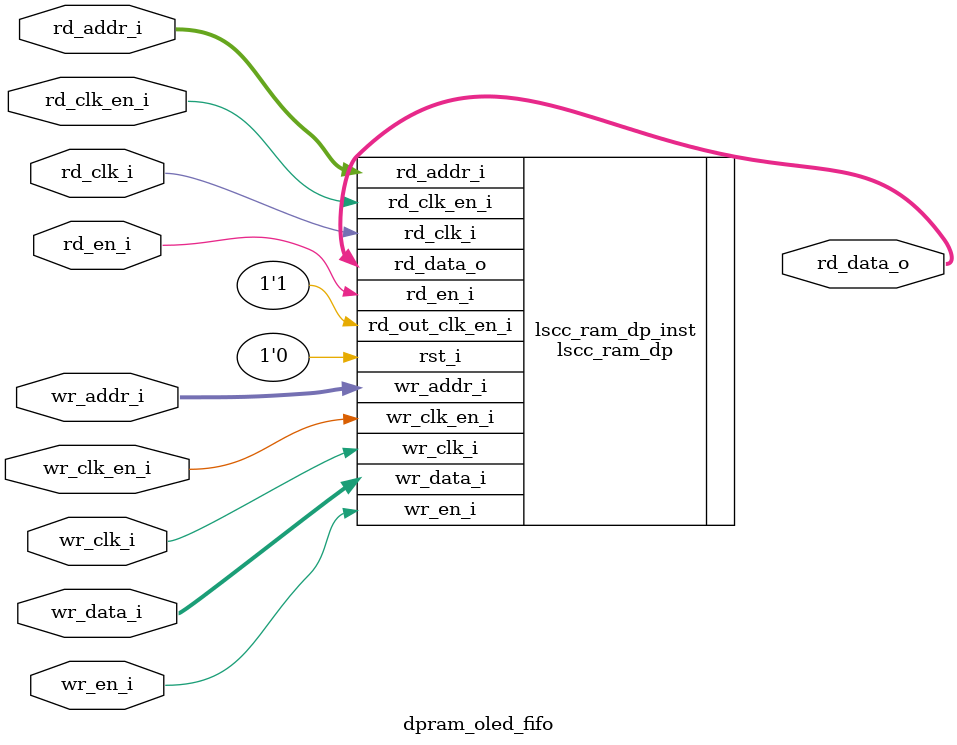
<source format=v>
/*******************************************************************************
    Verilog netlist generated by IPGEN Radiant
    Soft IP Version: 1.0.0
    Thu Mar 21 14:54:27 2019
*******************************************************************************/
/*******************************************************************************
    Include IP core template files.
*******************************************************************************/
`include "core/lscc_ram_dp.v"
/*******************************************************************************
    Wrapper Module generated per user settings.
*******************************************************************************/
module dpram_oled_fifo (wr_clk_i, rd_clk_i, wr_clk_en_i, rd_en_i, rd_clk_en_i,
    wr_en_i, wr_data_i, wr_addr_i, rd_addr_i, rd_data_o);
    input  wr_clk_i;
    input  rd_clk_i;
    input  wr_clk_en_i;
    input  rd_en_i;
    input  rd_clk_en_i;
    input  wr_en_i;
    input  [15:0]  wr_data_i;
    input  [7:0]  wr_addr_i;
    input  [7:0]  rd_addr_i;
    output  [15:0]  rd_data_o;
    lscc_ram_dp #(.WADDR_DEPTH(256),
        .WDATA_WIDTH(16),
        .RADDR_DEPTH(256),
        .RDATA_WIDTH(16),
        .WADDR_WIDTH(8),
        .REGMODE("noreg"),
        .RADDR_WIDTH(8),
        .RESETMODE("sync"),
        .INIT_MODE("mem_file"),
        .INIT_FILE("misc/oled_dpram_oled_fifo_copy.mem"),
        .INIT_FILE_FORMAT("hex"))
    lscc_ram_dp_inst(.wr_clk_i(wr_clk_i),
        .rd_clk_i(rd_clk_i),
        .rst_i(1'b0),
        .wr_clk_en_i(wr_clk_en_i),
        .rd_en_i(rd_en_i),
        .rd_clk_en_i(rd_clk_en_i),
        .rd_out_clk_en_i(1'b1),
        .wr_en_i(wr_en_i),
        .wr_data_i(wr_data_i),
        .wr_addr_i(wr_addr_i),
        .rd_addr_i(rd_addr_i),
        .rd_data_o(rd_data_o));
endmodule
</source>
